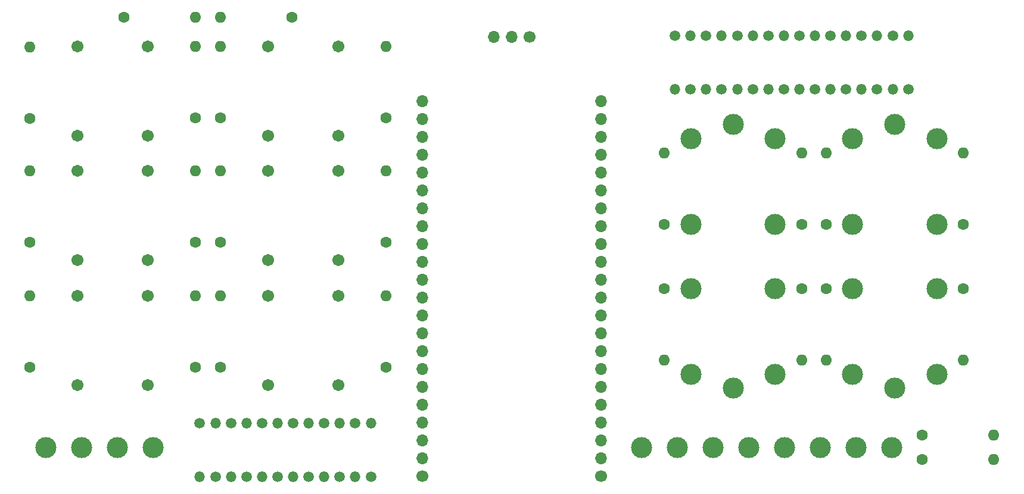
<source format=gbr>
%TF.GenerationSoftware,KiCad,Pcbnew,7.0.10*%
%TF.CreationDate,2024-03-07T15:45:00-03:00*%
%TF.ProjectId,board_THT - Copia,626f6172-645f-4544-9854-202d20436f70,rev?*%
%TF.SameCoordinates,Original*%
%TF.FileFunction,Soldermask,Top*%
%TF.FilePolarity,Negative*%
%FSLAX46Y46*%
G04 Gerber Fmt 4.6, Leading zero omitted, Abs format (unit mm)*
G04 Created by KiCad (PCBNEW 7.0.10) date 2024-03-07 15:45:00*
%MOMM*%
%LPD*%
G01*
G04 APERTURE LIST*
%ADD10C,1.700000*%
%ADD11O,1.700000X1.700000*%
%ADD12C,1.600000*%
%ADD13O,1.600000X1.600000*%
%ADD14C,1.500000*%
%ADD15O,1.500000X1.500000*%
%ADD16C,3.000000*%
%ADD17C,1.712000*%
G04 APERTURE END LIST*
D10*
%TO.C,SW1*%
X119085000Y-45500000D03*
D11*
X116545000Y-45500000D03*
X114005000Y-45500000D03*
%TD*%
D12*
%TO.C,R24*%
X174904400Y-105587800D03*
D13*
X185064400Y-105587800D03*
%TD*%
D12*
%TO.C,R23*%
X174904400Y-102108000D03*
D13*
X185064400Y-102108000D03*
%TD*%
D14*
%TO.C,DZ10*%
X168478200Y-52954000D03*
D15*
X168478200Y-45334000D03*
%TD*%
D14*
%TO.C,DZ12*%
X172897800Y-52954000D03*
D15*
X172897800Y-45334000D03*
%TD*%
D14*
%TO.C,DZ9*%
X166268400Y-45334000D03*
D15*
X166268400Y-52954000D03*
%TD*%
D14*
%TO.C,DZ11*%
X170688000Y-45334000D03*
D15*
X170688000Y-52954000D03*
%TD*%
D14*
%TO.C,DZ2*%
X141960600Y-52954000D03*
D15*
X141960600Y-45334000D03*
%TD*%
D14*
%TO.C,DZ1*%
X139750800Y-45334000D03*
D15*
X139750800Y-52954000D03*
%TD*%
D14*
%TO.C,DZ6*%
X150799800Y-52954000D03*
D15*
X150799800Y-45334000D03*
%TD*%
D14*
%TO.C,DZ5*%
X148590000Y-45334000D03*
D15*
X148590000Y-52954000D03*
%TD*%
D14*
%TO.C,DZ4*%
X146380200Y-52954000D03*
D15*
X146380200Y-45334000D03*
%TD*%
D14*
%TO.C,DZ3*%
X144170400Y-45334000D03*
D15*
X144170400Y-52954000D03*
%TD*%
D14*
%TO.C,DZ7*%
X153009600Y-45334000D03*
D15*
X153009600Y-52954000D03*
%TD*%
D14*
%TO.C,DZ10*%
X159639000Y-52954000D03*
D15*
X159639000Y-45334000D03*
%TD*%
D14*
%TO.C,DZ8*%
X155219400Y-52954000D03*
D15*
X155219400Y-45334000D03*
%TD*%
D14*
%TO.C,DZ12*%
X164058600Y-52954000D03*
D15*
X164058600Y-45334000D03*
%TD*%
D14*
%TO.C,DZ9*%
X157429200Y-45334000D03*
D15*
X157429200Y-52954000D03*
%TD*%
D14*
%TO.C,DZ11*%
X161848800Y-45334000D03*
D15*
X161848800Y-52954000D03*
%TD*%
D16*
%TO.C,K1*%
X142000200Y-93472000D03*
X154000200Y-93472000D03*
X154000200Y-81272000D03*
X142000200Y-81272000D03*
X148000200Y-95472000D03*
%TD*%
%TO.C,K1*%
X176987200Y-59944000D03*
X164987200Y-59944000D03*
X164987200Y-72144000D03*
X176987200Y-72144000D03*
X170987200Y-57944000D03*
%TD*%
D13*
%TO.C,R21*%
X161219000Y-61984000D03*
D12*
X161219000Y-72144000D03*
%TD*%
%TO.C,R22*%
X180755400Y-72144000D03*
D13*
X180755400Y-61984000D03*
%TD*%
D16*
%TO.C,K1*%
X154000200Y-59944000D03*
X142000200Y-59944000D03*
X142000200Y-72144000D03*
X154000200Y-72144000D03*
X148000200Y-57944000D03*
%TD*%
D13*
%TO.C,R19*%
X138232000Y-61984000D03*
D12*
X138232000Y-72144000D03*
%TD*%
D13*
%TO.C,R20*%
X157768400Y-61984000D03*
D12*
X157768400Y-72144000D03*
%TD*%
D16*
%TO.C,K1*%
X164987200Y-93472000D03*
X176987200Y-93472000D03*
X176987200Y-81272000D03*
X164987200Y-81272000D03*
X170987200Y-95472000D03*
%TD*%
D13*
%TO.C,R18*%
X180755400Y-91432000D03*
D12*
X180755400Y-81272000D03*
%TD*%
D13*
%TO.C,R17*%
X161219000Y-91432000D03*
D12*
X161219000Y-81272000D03*
%TD*%
D13*
%TO.C,R16*%
X157768400Y-91432000D03*
D12*
X157768400Y-81272000D03*
%TD*%
D13*
%TO.C,R15*%
X138232000Y-91432000D03*
D12*
X138232000Y-81272000D03*
%TD*%
D16*
%TO.C,ST1*%
X170561000Y-103911400D03*
X165481000Y-103911400D03*
%TD*%
%TO.C,ST1*%
X155321000Y-103911400D03*
X160401000Y-103911400D03*
%TD*%
%TO.C,ST1*%
X150241000Y-103911400D03*
X145161000Y-103911400D03*
%TD*%
%TO.C,ST1*%
X140081000Y-103911400D03*
X135001000Y-103911400D03*
%TD*%
D11*
%TO.C,ESP32-S3_FRONT1*%
X103835201Y-54635401D03*
X103835201Y-57175401D03*
X103835201Y-59715401D03*
X103835201Y-62255401D03*
X103835201Y-64795401D03*
X103835201Y-67335401D03*
X103835201Y-69875401D03*
X103835201Y-72415401D03*
X103835201Y-74955401D03*
X103835201Y-77495401D03*
X103835201Y-80035401D03*
X103835201Y-82575401D03*
X103835201Y-85115401D03*
X103835201Y-87655401D03*
X103835201Y-90195401D03*
X103835201Y-92735401D03*
X103835201Y-95275401D03*
X103835201Y-97815401D03*
X103835201Y-100355401D03*
X103835201Y-102895401D03*
X103835201Y-105435401D03*
D10*
X103835201Y-107975401D03*
%TD*%
%TO.C,ESP32-S3_BACK1*%
X129235201Y-107975401D03*
D11*
X129235201Y-105435401D03*
X129235201Y-102895401D03*
X129235201Y-100355401D03*
X129235201Y-97815401D03*
X129235201Y-95275401D03*
X129235201Y-92735401D03*
X129235201Y-90195401D03*
X129235201Y-87655401D03*
X129235201Y-85115401D03*
X129235201Y-82575401D03*
X129235201Y-80035401D03*
X129235201Y-77495401D03*
X129235201Y-74955401D03*
X129235201Y-72415401D03*
X129235201Y-69875401D03*
X129235201Y-67335401D03*
X129235201Y-64795401D03*
X129235201Y-62255401D03*
X129235201Y-59715401D03*
X129235201Y-57175401D03*
X129235201Y-54635401D03*
%TD*%
D17*
%TO.C,TP4*%
X91923401Y-46888401D03*
X91923401Y-59588401D03*
X81923401Y-59588401D03*
X81923401Y-46888401D03*
%TD*%
D14*
%TO.C,DZ8*%
X87680801Y-108092401D03*
D15*
X87680801Y-100472401D03*
%TD*%
D14*
%TO.C,DZ7*%
X85471001Y-100472401D03*
D15*
X85471001Y-108092401D03*
%TD*%
D14*
%TO.C,DZ12*%
X96520001Y-108092401D03*
D15*
X96520001Y-100472401D03*
%TD*%
D14*
%TO.C,DZ11*%
X94310201Y-100472401D03*
D15*
X94310201Y-108092401D03*
%TD*%
D14*
%TO.C,DZ10*%
X92100401Y-108092401D03*
D15*
X92100401Y-100472401D03*
%TD*%
D14*
%TO.C,DZ9*%
X89890601Y-100472401D03*
D15*
X89890601Y-108092401D03*
%TD*%
D12*
%TO.C,R14*%
X85324201Y-42697401D03*
D13*
X75164201Y-42697401D03*
%TD*%
%TO.C,R13*%
X71603201Y-42697401D03*
D12*
X61443201Y-42697401D03*
%TD*%
D14*
%TO.C,DZ6*%
X83261201Y-108092401D03*
D15*
X83261201Y-100472401D03*
%TD*%
D14*
%TO.C,DZ5*%
X81051401Y-100472401D03*
D15*
X81051401Y-108092401D03*
%TD*%
D14*
%TO.C,DZ4*%
X78841601Y-108092401D03*
D15*
X78841601Y-100472401D03*
%TD*%
D14*
%TO.C,DZ3*%
X76631801Y-100472401D03*
D15*
X76631801Y-108092401D03*
%TD*%
%TO.C,DZ2*%
X74422001Y-100472401D03*
D14*
X74422001Y-108092401D03*
%TD*%
%TO.C,DZ1*%
X72212201Y-100472401D03*
D15*
X72212201Y-108092401D03*
%TD*%
D12*
%TO.C,R12*%
X98691601Y-92481401D03*
D13*
X98691601Y-82321401D03*
%TD*%
D12*
%TO.C,R11*%
X98691601Y-74701401D03*
D13*
X98691601Y-64541401D03*
%TD*%
D12*
%TO.C,R10*%
X98691601Y-57048401D03*
D13*
X98691601Y-46888401D03*
%TD*%
D12*
%TO.C,R6*%
X71607201Y-92481401D03*
D13*
X71607201Y-82321401D03*
%TD*%
D12*
%TO.C,R5*%
X71607201Y-74701401D03*
D13*
X71607201Y-64541401D03*
%TD*%
%TO.C,R4*%
X71607201Y-46888401D03*
D12*
X71607201Y-57048401D03*
%TD*%
D13*
%TO.C,R9*%
X75158601Y-82321401D03*
D12*
X75158601Y-92481401D03*
%TD*%
D13*
%TO.C,R8*%
X75158601Y-64541401D03*
D12*
X75158601Y-74701401D03*
%TD*%
%TO.C,R7*%
X75158601Y-57048401D03*
D13*
X75158601Y-46888401D03*
%TD*%
D16*
%TO.C,ST2*%
X60528200Y-103911400D03*
X65608200Y-103911400D03*
%TD*%
%TO.C,ST1*%
X50368200Y-103911400D03*
X55448200Y-103911400D03*
%TD*%
D12*
%TO.C,R3*%
X48074201Y-92481401D03*
D13*
X48074201Y-82321401D03*
%TD*%
D12*
%TO.C,R2*%
X48074201Y-74701401D03*
D13*
X48074201Y-64541401D03*
%TD*%
D12*
%TO.C,R1*%
X48074201Y-57051401D03*
D13*
X48074201Y-46891401D03*
%TD*%
D17*
%TO.C,TP2*%
X54839001Y-64541401D03*
X54839001Y-77241401D03*
X64839001Y-77241401D03*
X64839001Y-64541401D03*
%TD*%
%TO.C,TP3*%
X54839001Y-82321401D03*
X54839001Y-95021401D03*
X64839001Y-95021401D03*
X64839001Y-82321401D03*
%TD*%
%TO.C,TP5*%
X91923401Y-64541401D03*
X91923401Y-77241401D03*
X81923401Y-77241401D03*
X81923401Y-64541401D03*
%TD*%
%TO.C,TP6*%
X91923401Y-82321401D03*
X91923401Y-95021401D03*
X81923401Y-95021401D03*
X81923401Y-82321401D03*
%TD*%
%TO.C,TP1*%
X54839001Y-46888401D03*
X54839001Y-59588401D03*
X64839001Y-59588401D03*
X64839001Y-46888401D03*
%TD*%
M02*

</source>
